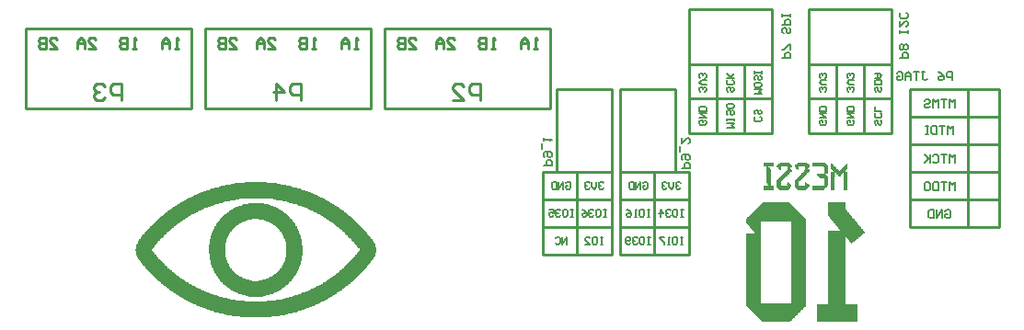
<source format=gbr>
%TF.GenerationSoftware,Altium Limited,Altium Designer,23.4.1 (23)*%
G04 Layer_Color=32896*
%FSLAX26Y26*%
%MOIN*%
%TF.SameCoordinates,1A73CDA2-CD66-4AEC-B2A4-79F9F1676FB0*%
%TF.FilePolarity,Positive*%
%TF.FileFunction,Legend,Bot*%
%TF.Part,Single*%
G01*
G75*
%TA.AperFunction,NonConductor*%
%ADD57C,0.005000*%
%ADD59C,0.010000*%
%ADD62C,0.007000*%
G36*
X3219487Y1350964D02*
X3221494D01*
Y1348957D01*
X3223501D01*
Y1346951D01*
X3225508D01*
Y1344944D01*
X3227514D01*
Y1342937D01*
X3229521D01*
Y1340930D01*
X3231528D01*
Y1338924D01*
X3233535D01*
Y1336917D01*
X3235541D01*
Y1334910D01*
X3237548D01*
Y1332903D01*
X3239555D01*
Y1330897D01*
X3241562D01*
Y1328890D01*
X3243568D01*
Y1326883D01*
X3245575D01*
Y1324876D01*
X3247582D01*
Y1322870D01*
X3251595D01*
Y1324876D01*
X3253602D01*
Y1326883D01*
X3255609D01*
Y1328890D01*
X3257616D01*
Y1330897D01*
X3259622D01*
Y1332903D01*
X3261629D01*
Y1334910D01*
X3263636D01*
Y1336917D01*
X3265643D01*
Y1338924D01*
X3267650D01*
Y1340930D01*
X3269656D01*
Y1342937D01*
X3271663D01*
Y1344944D01*
X3273670D01*
Y1346951D01*
X3275677D01*
Y1348957D01*
X3277683D01*
Y1350964D01*
X3279690D01*
Y1330897D01*
X3277683D01*
Y1328890D01*
X3275677D01*
Y1326883D01*
X3273670D01*
Y1324876D01*
X3271663D01*
Y1320863D01*
X3279690D01*
Y1254639D01*
X3265643D01*
Y1316849D01*
X3263636D01*
Y1314842D01*
X3261629D01*
Y1312836D01*
X3259622D01*
Y1310829D01*
X3257616D01*
Y1308822D01*
X3255609D01*
Y1306815D01*
X3253602D01*
Y1304809D01*
X3251595D01*
Y1302802D01*
X3247582D01*
Y1304809D01*
X3245575D01*
Y1306815D01*
X3243568D01*
Y1308822D01*
X3241562D01*
Y1310829D01*
X3239555D01*
Y1312836D01*
X3237548D01*
Y1314842D01*
X3235541D01*
Y1316849D01*
X3231528D01*
Y1312836D01*
X3233535D01*
Y1310829D01*
X3231528D01*
Y1306815D01*
X3233535D01*
Y1304809D01*
X3231528D01*
Y1254639D01*
X3217480D01*
Y1320863D01*
X3227514D01*
Y1322870D01*
X3225508D01*
Y1324876D01*
X3223501D01*
Y1326883D01*
X3221494D01*
Y1328890D01*
X3219487D01*
Y1330897D01*
X3217480D01*
Y1352971D01*
X3219487D01*
Y1350964D01*
D02*
G37*
G36*
X3197413D02*
X3199420D01*
Y1348957D01*
X3201426D01*
Y1346951D01*
X3203433D01*
Y1344944D01*
X3205440D01*
Y1342937D01*
X3207447D01*
Y1312836D01*
X3197413D01*
Y1310829D01*
X3199420D01*
Y1308822D01*
X3201426D01*
Y1306815D01*
X3203433D01*
Y1304809D01*
X3205440D01*
Y1302802D01*
X3207447D01*
Y1268687D01*
X3205440D01*
Y1266680D01*
X3203433D01*
Y1264673D01*
X3201426D01*
Y1262667D01*
X3199420D01*
Y1260660D01*
X3197413D01*
Y1258653D01*
X3195406D01*
Y1256646D01*
X3193399D01*
Y1254639D01*
X3153264D01*
Y1270694D01*
X3193399D01*
Y1296782D01*
X3179352D01*
Y1298788D01*
X3177345D01*
Y1300795D01*
X3175338D01*
Y1302802D01*
X3173332D01*
Y1304809D01*
X3171325D01*
Y1306815D01*
X3169318D01*
Y1308822D01*
X3167311D01*
Y1312836D01*
X3193399D01*
Y1336917D01*
X3191392D01*
Y1338924D01*
X3153264D01*
Y1352971D01*
X3197413D01*
Y1350964D01*
D02*
G37*
G36*
X3133196D02*
X3135203D01*
Y1348957D01*
X3137210D01*
Y1346951D01*
X3139217D01*
Y1344944D01*
X3141223D01*
Y1336917D01*
X3139217D01*
Y1334910D01*
X3137210D01*
Y1332903D01*
X3135203D01*
Y1330897D01*
X3133196D01*
Y1328890D01*
X3141223D01*
Y1320863D01*
X3139217D01*
Y1318856D01*
X3137210D01*
Y1316849D01*
X3135203D01*
Y1314842D01*
X3133196D01*
Y1312836D01*
X3131189D01*
Y1310829D01*
X3129183D01*
Y1308822D01*
X3127176D01*
Y1306815D01*
X3125169D01*
Y1304809D01*
X3123162D01*
Y1302802D01*
X3121156D01*
Y1300795D01*
X3119149D01*
Y1298788D01*
X3117142D01*
Y1296782D01*
X3115135D01*
Y1294775D01*
X3113129D01*
Y1292768D01*
X3111122D01*
Y1290761D01*
X3109115D01*
Y1288755D01*
X3107108D01*
Y1286748D01*
X3103095D01*
Y1268687D01*
X3125169D01*
Y1284741D01*
X3127176D01*
Y1282734D01*
X3129183D01*
Y1280727D01*
X3131189D01*
Y1278721D01*
X3133196D01*
Y1276714D01*
X3137210D01*
Y1274707D01*
X3139217D01*
Y1272700D01*
X3141223D01*
Y1266680D01*
X3139217D01*
Y1264673D01*
X3137210D01*
Y1262667D01*
X3135203D01*
Y1260660D01*
X3133196D01*
Y1258653D01*
X3131189D01*
Y1256646D01*
X3129183D01*
Y1254639D01*
X3097075D01*
Y1256646D01*
X3095068D01*
Y1258653D01*
X3093061D01*
Y1260660D01*
X3091054D01*
Y1262667D01*
X3089047D01*
Y1264673D01*
X3087041D01*
Y1288755D01*
X3089047D01*
Y1290761D01*
X3091054D01*
Y1292768D01*
X3093061D01*
Y1294775D01*
X3095068D01*
Y1296782D01*
X3097075D01*
Y1298788D01*
X3099081D01*
Y1300795D01*
X3101088D01*
Y1302802D01*
X3103095D01*
Y1304809D01*
X3105102D01*
Y1306815D01*
X3107108D01*
Y1308822D01*
X3109115D01*
Y1310829D01*
X3111122D01*
Y1312836D01*
X3113129D01*
Y1314842D01*
X3115135D01*
Y1316849D01*
X3117142D01*
Y1318856D01*
X3119149D01*
Y1320863D01*
X3121156D01*
Y1322870D01*
X3123162D01*
Y1324876D01*
X3125169D01*
Y1338924D01*
X3103095D01*
Y1324876D01*
X3101088D01*
Y1326883D01*
X3099081D01*
Y1328890D01*
X3097075D01*
Y1330897D01*
X3093061D01*
Y1332903D01*
X3091054D01*
Y1334910D01*
X3089047D01*
Y1336917D01*
X3087041D01*
Y1342937D01*
X3089047D01*
Y1344944D01*
X3093061D01*
Y1346951D01*
X3095068D01*
Y1348957D01*
X3097075D01*
Y1350964D01*
X3099081D01*
Y1352971D01*
X3133196D01*
Y1350964D01*
D02*
G37*
G36*
X3066973D02*
X3068980D01*
Y1348957D01*
X3070986D01*
Y1346951D01*
X3072993D01*
Y1344944D01*
X3075000D01*
Y1342937D01*
X3077007D01*
Y1336917D01*
X3075000D01*
Y1334910D01*
X3072993D01*
Y1332903D01*
X3070986D01*
Y1330897D01*
X3068980D01*
Y1328890D01*
X3075000D01*
Y1326883D01*
X3077007D01*
Y1320863D01*
X3075000D01*
Y1318856D01*
X3072993D01*
Y1316849D01*
X3070986D01*
Y1314842D01*
X3068980D01*
Y1312836D01*
X3066973D01*
Y1310829D01*
X3064966D01*
Y1308822D01*
X3062959D01*
Y1306815D01*
X3060953D01*
Y1304809D01*
X3056939D01*
Y1302802D01*
X3054932D01*
Y1300795D01*
X3052926D01*
Y1298788D01*
X3050919D01*
Y1296782D01*
X3048912D01*
Y1294775D01*
X3046905D01*
Y1292768D01*
X3044898D01*
Y1290761D01*
X3042892D01*
Y1288755D01*
X3040885D01*
Y1286748D01*
X3038878D01*
Y1284741D01*
X3036872D01*
Y1270694D01*
X3038878D01*
Y1268687D01*
X3058946D01*
Y1270694D01*
X3060953D01*
Y1272700D01*
X3058946D01*
Y1276714D01*
X3060953D01*
Y1282734D01*
X3058946D01*
Y1284741D01*
X3062959D01*
Y1282734D01*
X3064966D01*
Y1280727D01*
X3066973D01*
Y1278721D01*
X3068980D01*
Y1276714D01*
X3070986D01*
Y1274707D01*
X3072993D01*
Y1272700D01*
X3075000D01*
Y1270694D01*
X3077007D01*
Y1268687D01*
X3075000D01*
Y1266680D01*
X3072993D01*
Y1262667D01*
X3070986D01*
Y1260660D01*
X3068980D01*
Y1258653D01*
X3066973D01*
Y1256646D01*
X3064966D01*
Y1254639D01*
X3030851D01*
Y1256646D01*
X3028844D01*
Y1258653D01*
X3026838D01*
Y1260660D01*
X3024831D01*
Y1262667D01*
X3022824D01*
Y1290761D01*
X3024831D01*
Y1292768D01*
X3026838D01*
Y1294775D01*
X3028844D01*
Y1296782D01*
X3030851D01*
Y1298788D01*
X3032858D01*
Y1300795D01*
X3034865D01*
Y1302802D01*
X3036872D01*
Y1304809D01*
X3038878D01*
Y1306815D01*
X3040885D01*
Y1308822D01*
X3042892D01*
Y1310829D01*
X3044898D01*
Y1312836D01*
X3046905D01*
Y1314842D01*
X3048912D01*
Y1316849D01*
X3050919D01*
Y1318856D01*
X3052926D01*
Y1320863D01*
X3054932D01*
Y1322870D01*
X3056939D01*
Y1324876D01*
X3058946D01*
Y1326883D01*
X3060953D01*
Y1338924D01*
X3038878D01*
Y1336917D01*
X3036872D01*
Y1324876D01*
X3034865D01*
Y1326883D01*
X3032858D01*
Y1328890D01*
X3030851D01*
Y1330897D01*
X3028844D01*
Y1332903D01*
X3026838D01*
Y1334910D01*
X3024831D01*
Y1336917D01*
X3022824D01*
Y1342937D01*
X3024831D01*
Y1344944D01*
X3026838D01*
Y1346951D01*
X3028844D01*
Y1348957D01*
X3030851D01*
Y1350964D01*
X3034865D01*
Y1352971D01*
X3066973D01*
Y1350964D01*
D02*
G37*
G36*
X3010784Y1338924D02*
X2992723D01*
Y1336917D01*
X2994729D01*
Y1334910D01*
X2996736D01*
Y1332903D01*
X2998743D01*
Y1330897D01*
X3000750D01*
Y1292768D01*
Y1290761D01*
Y1268687D01*
X3010784D01*
Y1254639D01*
X2974662D01*
Y1268687D01*
X2992723D01*
Y1272700D01*
X2990716D01*
Y1274707D01*
X2988709D01*
Y1278721D01*
X2986702D01*
Y1280727D01*
X2984695D01*
Y1338924D01*
X2974662D01*
Y1352971D01*
X3010784D01*
Y1338924D01*
D02*
G37*
G36*
X3271663Y1184403D02*
X3273670D01*
Y1180389D01*
X3275677D01*
Y1178382D01*
X3277683D01*
Y1176376D01*
X3279690D01*
Y1174369D01*
X3281697D01*
Y1172362D01*
X3283704D01*
Y1168349D01*
X3285711D01*
Y1166342D01*
X3287717D01*
Y1164335D01*
X3289724D01*
Y1162328D01*
X3291731D01*
Y1160321D01*
X3293738D01*
Y1156308D01*
X3295744D01*
Y1154301D01*
X3297751D01*
Y1152294D01*
X3299758D01*
Y1150288D01*
X3301765D01*
Y1148281D01*
X3303771D01*
Y1144267D01*
X3305778D01*
Y1142261D01*
X3307785D01*
Y1140254D01*
X3309792D01*
Y1138247D01*
X3311798D01*
Y1136240D01*
X3313805D01*
Y1132227D01*
X3315812D01*
Y1130220D01*
X3317819D01*
Y1128213D01*
X3319825D01*
Y1126206D01*
X3321832D01*
Y1124200D01*
X3323839D01*
Y1120186D01*
X3325846D01*
Y1118179D01*
X3327853D01*
Y1116173D01*
X3329859D01*
Y1114166D01*
X3331866D01*
Y1112159D01*
X3333873D01*
Y1108146D01*
X3335880D01*
Y1106139D01*
X3337886D01*
Y1104132D01*
X3339893D01*
Y1102125D01*
X3341900D01*
Y1098112D01*
X3337886D01*
Y1096105D01*
X3335880D01*
Y1094098D01*
X3333873D01*
Y1092091D01*
X3331866D01*
Y1090085D01*
X3329859D01*
Y1088078D01*
X3325846D01*
Y1086071D01*
X3323839D01*
Y1084064D01*
X3321832D01*
Y1082057D01*
X3319825D01*
Y1080051D01*
X3317819D01*
Y1078044D01*
X3313805D01*
Y1076037D01*
X3311798D01*
Y1074031D01*
X3309792D01*
Y1072024D01*
X3307785D01*
Y1070017D01*
X3305778D01*
Y1068010D01*
X3301765D01*
Y1066003D01*
X3299758D01*
Y1063997D01*
X3297751D01*
Y1061990D01*
X3295744D01*
Y1059983D01*
X3291731D01*
Y1063997D01*
X3289724D01*
Y1066003D01*
X3287717D01*
Y1068010D01*
X3285711D01*
Y1070017D01*
X3283704D01*
Y1074031D01*
X3281697D01*
Y1076037D01*
X3279690D01*
Y1078044D01*
X3277683D01*
Y1080051D01*
X3275677D01*
Y1084064D01*
X3271663D01*
Y841246D01*
X3273670D01*
Y839239D01*
X3275677D01*
Y841246D01*
X3307785D01*
Y839239D01*
X3309792D01*
Y841246D01*
X3311798D01*
Y839239D01*
X3313805D01*
Y775022D01*
X3167311D01*
Y839239D01*
X3169318D01*
Y841246D01*
X3175338D01*
Y839239D01*
X3177345D01*
Y841246D01*
X3199420D01*
Y839239D01*
X3201426D01*
Y841246D01*
X3203433D01*
Y839239D01*
X3205440D01*
Y841246D01*
X3209453D01*
Y1108146D01*
X3247582D01*
Y1106139D01*
X3251595D01*
Y1110152D01*
X3249589D01*
Y1112159D01*
X3247582D01*
Y1114166D01*
X3245575D01*
Y1116173D01*
X3243568D01*
Y1120186D01*
X3241562D01*
Y1122193D01*
X3239555D01*
Y1124200D01*
X3237548D01*
Y1126206D01*
X3235541D01*
Y1128213D01*
X3233535D01*
Y1132227D01*
X3231528D01*
Y1134234D01*
X3229521D01*
Y1136240D01*
X3227514D01*
Y1138247D01*
X3225508D01*
Y1142261D01*
X3223501D01*
Y1144267D01*
X3221494D01*
Y1146274D01*
X3219487D01*
Y1148281D01*
X3217480D01*
Y1150288D01*
X3215474D01*
Y1154301D01*
X3213467D01*
Y1156308D01*
X3211460D01*
Y1158315D01*
X3209453D01*
Y1208484D01*
X3271663D01*
Y1184403D01*
D02*
G37*
G36*
X1173986Y1280162D02*
X1197436D01*
Y1278208D01*
X1213070D01*
Y1276254D01*
X1224795D01*
Y1274300D01*
X1234566D01*
Y1272346D01*
X1244337D01*
Y1270391D01*
X1254108D01*
Y1268437D01*
X1261925D01*
Y1266483D01*
X1269742D01*
Y1264529D01*
X1277559D01*
Y1262575D01*
X1283421D01*
Y1260620D01*
X1291238D01*
Y1258666D01*
X1297101D01*
Y1256712D01*
X1302963D01*
Y1254758D01*
X1308826D01*
Y1252804D01*
X1314688D01*
Y1250849D01*
X1320551D01*
Y1248895D01*
X1324459D01*
Y1246941D01*
X1330322D01*
Y1244987D01*
X1334230D01*
Y1243033D01*
X1340093D01*
Y1241078D01*
X1344001D01*
Y1239124D01*
X1347910D01*
Y1237170D01*
X1353772D01*
Y1235216D01*
X1357681D01*
Y1233262D01*
X1361589D01*
Y1231307D01*
X1365498D01*
Y1229353D01*
X1369406D01*
Y1227399D01*
X1373314D01*
Y1225445D01*
X1377223D01*
Y1223491D01*
X1381131D01*
Y1221536D01*
X1385040D01*
Y1219582D01*
X1388948D01*
Y1217628D01*
X1392856D01*
Y1215674D01*
X1394811D01*
Y1213720D01*
X1398719D01*
Y1211765D01*
X1402627D01*
Y1209811D01*
X1406536D01*
Y1207857D01*
X1410444D01*
Y1205903D01*
X1412398D01*
Y1203949D01*
X1416307D01*
Y1201994D01*
X1418261D01*
Y1200040D01*
X1422169D01*
Y1198086D01*
X1424124D01*
Y1196132D01*
X1428032D01*
Y1194178D01*
X1429986D01*
Y1192223D01*
X1433895D01*
Y1190269D01*
X1435849D01*
Y1188315D01*
X1439757D01*
Y1186361D01*
X1441711D01*
Y1184407D01*
X1445620D01*
Y1182452D01*
X1447574D01*
Y1180498D01*
X1449528D01*
Y1178544D01*
X1453437D01*
Y1176590D01*
X1455391D01*
Y1174636D01*
X1457345D01*
Y1172681D01*
X1461253D01*
Y1170727D01*
X1463208D01*
Y1168773D01*
X1465162D01*
Y1166819D01*
X1467116D01*
Y1164865D01*
X1469070D01*
Y1162910D01*
X1472979D01*
Y1160956D01*
X1474933D01*
Y1159002D01*
X1476887D01*
Y1157048D01*
X1478841D01*
Y1155094D01*
X1480795D01*
Y1153139D01*
X1484704D01*
Y1151185D01*
X1486658D01*
Y1149231D01*
X1488612D01*
Y1147277D01*
X1490566D01*
Y1145323D01*
X1492521D01*
Y1143368D01*
X1494475D01*
Y1141414D01*
X1496429D01*
Y1139460D01*
X1498383D01*
Y1137506D01*
X1500337D01*
Y1135552D01*
X1502292D01*
Y1133597D01*
X1504246D01*
Y1131643D01*
X1506200D01*
Y1129689D01*
X1508154D01*
Y1127735D01*
X1510108D01*
Y1125781D01*
X1512063D01*
Y1123826D01*
X1514017D01*
Y1121872D01*
X1515971D01*
Y1119918D01*
X1517925D01*
Y1117964D01*
X1519879D01*
Y1116010D01*
X1521834D01*
Y1114055D01*
X1523788D01*
Y1112101D01*
X1525742D01*
Y1110147D01*
X1527696D01*
Y1108193D01*
X1529650D01*
Y1106239D01*
X1531605D01*
Y1104284D01*
X1533559D01*
Y1102330D01*
X1535513D01*
Y1098422D01*
X1537467D01*
Y1096468D01*
X1539421D01*
Y1094513D01*
X1541376D01*
Y1092559D01*
X1543330D01*
Y1090605D01*
X1545284D01*
Y1086697D01*
X1547238D01*
Y1084742D01*
X1549192D01*
Y1082788D01*
X1551147D01*
Y1080834D01*
X1553101D01*
Y1076926D01*
X1555055D01*
Y1074971D01*
X1557009D01*
Y1073017D01*
X1558963D01*
Y1071063D01*
X1560918D01*
Y1067155D01*
X1562872D01*
Y1063246D01*
X1564826D01*
Y1059338D01*
X1566780D01*
Y1053475D01*
X1568734D01*
Y1045658D01*
X1570689D01*
Y1028071D01*
X1568734D01*
Y1018299D01*
X1566780D01*
Y1014391D01*
X1564826D01*
Y1010483D01*
X1562872D01*
Y1006574D01*
X1560918D01*
Y1002666D01*
X1558963D01*
Y1000712D01*
X1557009D01*
Y998758D01*
X1555055D01*
Y994849D01*
X1553101D01*
Y992895D01*
X1551147D01*
Y990941D01*
X1549192D01*
Y988986D01*
X1547238D01*
Y985078D01*
X1545284D01*
Y983124D01*
X1543330D01*
Y981170D01*
X1541376D01*
Y979216D01*
X1539421D01*
Y977261D01*
X1537467D01*
Y973353D01*
X1535513D01*
Y971399D01*
X1533559D01*
Y969444D01*
X1531605D01*
Y967490D01*
X1529650D01*
Y965536D01*
X1527696D01*
Y963582D01*
X1525742D01*
Y961628D01*
X1523788D01*
Y959673D01*
X1521834D01*
Y957719D01*
X1519879D01*
Y955765D01*
X1517925D01*
Y953811D01*
X1515971D01*
Y951857D01*
X1514017D01*
Y949903D01*
X1512063D01*
Y947948D01*
X1510108D01*
Y945994D01*
X1508154D01*
Y944040D01*
X1506200D01*
Y942086D01*
X1504246D01*
Y940131D01*
X1502292D01*
Y938177D01*
X1500337D01*
Y936223D01*
X1498383D01*
Y934269D01*
X1496429D01*
Y932315D01*
X1494475D01*
Y930361D01*
X1492521D01*
Y928406D01*
X1490566D01*
Y926452D01*
X1488612D01*
Y924498D01*
X1486658D01*
Y922544D01*
X1484704D01*
Y920590D01*
X1480795D01*
Y918635D01*
X1478841D01*
Y916681D01*
X1476887D01*
Y914727D01*
X1474933D01*
Y912773D01*
X1472979D01*
Y910818D01*
X1471024D01*
Y908864D01*
X1467116D01*
Y906910D01*
X1465162D01*
Y904956D01*
X1463208D01*
Y903002D01*
X1459299D01*
Y901048D01*
X1457345D01*
Y899093D01*
X1455391D01*
Y897139D01*
X1451482D01*
Y895185D01*
X1449528D01*
Y893231D01*
X1447574D01*
Y891277D01*
X1443666D01*
Y889322D01*
X1441711D01*
Y887368D01*
X1439757D01*
Y885414D01*
X1435849D01*
Y883460D01*
X1433895D01*
Y881505D01*
X1429986D01*
Y879551D01*
X1428032D01*
Y877597D01*
X1424124D01*
Y875643D01*
X1422169D01*
Y873689D01*
X1418261D01*
Y871735D01*
X1414353D01*
Y869780D01*
X1412398D01*
Y867826D01*
X1408490D01*
Y865872D01*
X1406536D01*
Y863918D01*
X1402627D01*
Y861963D01*
X1398719D01*
Y860009D01*
X1394811D01*
Y858055D01*
X1392856D01*
Y856101D01*
X1388948D01*
Y854147D01*
X1385040D01*
Y852192D01*
X1381131D01*
Y850238D01*
X1377223D01*
Y848284D01*
X1373314D01*
Y846330D01*
X1369406D01*
Y844376D01*
X1365498D01*
Y842422D01*
X1361589D01*
Y840467D01*
X1357681D01*
Y838513D01*
X1351818D01*
Y836559D01*
X1347910D01*
Y834605D01*
X1344001D01*
Y832650D01*
X1338139D01*
Y830696D01*
X1334230D01*
Y828742D01*
X1328368D01*
Y826788D01*
X1324459D01*
Y824834D01*
X1318597D01*
Y822880D01*
X1312734D01*
Y820925D01*
X1306872D01*
Y818971D01*
X1301009D01*
Y817017D01*
X1295146D01*
Y815063D01*
X1289284D01*
Y813109D01*
X1283421D01*
Y811154D01*
X1275604D01*
Y809200D01*
X1267788D01*
Y807246D01*
X1259971D01*
Y805292D01*
X1252154D01*
Y803337D01*
X1242383D01*
Y801383D01*
X1232612D01*
Y799429D01*
X1220887D01*
Y797475D01*
X1209162D01*
Y795521D01*
X1191574D01*
Y793567D01*
X1166169D01*
Y791612D01*
X1097772D01*
Y793567D01*
X1078230D01*
Y795521D01*
X1060642D01*
Y797475D01*
X1048917D01*
Y799429D01*
X1037192D01*
Y801383D01*
X1027421D01*
Y803337D01*
X1017650D01*
Y805292D01*
X1007879D01*
Y807246D01*
X1002016D01*
Y809200D01*
X994199D01*
Y811154D01*
X986383D01*
Y813109D01*
X980520D01*
Y815063D01*
X974658D01*
Y817017D01*
X968795D01*
Y818971D01*
X962932D01*
Y820925D01*
X957070D01*
Y822880D01*
X951207D01*
Y824834D01*
X945345D01*
Y826788D01*
X941436D01*
Y828742D01*
X935573D01*
Y830696D01*
X931665D01*
Y832650D01*
X925803D01*
Y834605D01*
X921894D01*
Y836559D01*
X917986D01*
Y838513D01*
X912123D01*
Y840467D01*
X908215D01*
Y842422D01*
X904306D01*
Y844376D01*
X900398D01*
Y846330D01*
X896490D01*
Y848284D01*
X892581D01*
Y850238D01*
X888673D01*
Y852192D01*
X884764D01*
Y854147D01*
X880856D01*
Y856101D01*
X876947D01*
Y858055D01*
X874993D01*
Y860009D01*
X871085D01*
Y861963D01*
X867177D01*
Y863918D01*
X865222D01*
Y865872D01*
X861314D01*
Y867826D01*
X857405D01*
Y869780D01*
X855451D01*
Y871735D01*
X851543D01*
Y873689D01*
X849589D01*
Y875643D01*
X845680D01*
Y877597D01*
X843726D01*
Y879551D01*
X839818D01*
Y881505D01*
X837864D01*
Y883460D01*
X833955D01*
Y885414D01*
X832001D01*
Y887368D01*
X828092D01*
Y889322D01*
X826138D01*
Y891277D01*
X822230D01*
Y893231D01*
X820276D01*
Y895185D01*
X818322D01*
Y897139D01*
X814413D01*
Y899093D01*
X812459D01*
Y901048D01*
X810505D01*
Y903002D01*
X808551D01*
Y904956D01*
X804642D01*
Y906910D01*
X802688D01*
Y908864D01*
X800734D01*
Y910818D01*
X796825D01*
Y912773D01*
X794871D01*
Y914727D01*
X792917D01*
Y916681D01*
X790963D01*
Y918635D01*
X789009D01*
Y920590D01*
X787054D01*
Y922544D01*
X785100D01*
Y924498D01*
X781192D01*
Y926452D01*
X779237D01*
Y928406D01*
X777283D01*
Y930361D01*
X775329D01*
Y932315D01*
X773375D01*
Y934269D01*
X771421D01*
Y936223D01*
X769466D01*
Y938177D01*
X767512D01*
Y940131D01*
X765558D01*
Y942086D01*
X763604D01*
Y944040D01*
X761650D01*
Y945994D01*
X759696D01*
Y947948D01*
X757741D01*
Y949903D01*
X755787D01*
Y951857D01*
X753833D01*
Y953811D01*
X751879D01*
Y955765D01*
X749924D01*
Y957719D01*
X747970D01*
Y959673D01*
X746016D01*
Y961628D01*
X744062D01*
Y963582D01*
X742108D01*
Y965536D01*
X740154D01*
Y967490D01*
X738199D01*
Y971399D01*
X736245D01*
Y973353D01*
X734291D01*
Y975307D01*
X732337D01*
Y977261D01*
X730383D01*
Y979216D01*
X728428D01*
Y981170D01*
X726474D01*
Y985078D01*
X724520D01*
Y987032D01*
X722566D01*
Y988986D01*
X720611D01*
Y990941D01*
X718657D01*
Y994849D01*
X716703D01*
Y996803D01*
X714749D01*
Y998758D01*
X712795D01*
Y1000712D01*
X710841D01*
Y1004620D01*
X708886D01*
Y1006574D01*
X706932D01*
Y1010483D01*
X704978D01*
Y1016345D01*
X703024D01*
Y1022208D01*
X701069D01*
Y1033933D01*
X699115D01*
Y1039796D01*
X701069D01*
Y1051521D01*
X703024D01*
Y1057384D01*
X704978D01*
Y1061292D01*
X706932D01*
Y1065200D01*
X708886D01*
Y1069109D01*
X710841D01*
Y1073017D01*
X712795D01*
Y1074971D01*
X714749D01*
Y1076926D01*
X716703D01*
Y1080834D01*
X718657D01*
Y1082788D01*
X720611D01*
Y1084742D01*
X722566D01*
Y1088651D01*
X724520D01*
Y1090605D01*
X726474D01*
Y1092559D01*
X728428D01*
Y1094513D01*
X730383D01*
Y1096468D01*
X732337D01*
Y1100376D01*
X734291D01*
Y1102330D01*
X736245D01*
Y1104284D01*
X738199D01*
Y1106239D01*
X740154D01*
Y1108193D01*
X742108D01*
Y1110147D01*
X744062D01*
Y1112101D01*
X746016D01*
Y1114055D01*
X747970D01*
Y1116010D01*
X749924D01*
Y1117964D01*
X751879D01*
Y1121872D01*
X755787D01*
Y1123826D01*
X757741D01*
Y1125781D01*
X759696D01*
Y1127735D01*
X761650D01*
Y1129689D01*
X763604D01*
Y1131643D01*
X765558D01*
Y1133597D01*
X767512D01*
Y1135552D01*
X769466D01*
Y1137506D01*
X771421D01*
Y1139460D01*
X773375D01*
Y1141414D01*
X775329D01*
Y1143368D01*
X777283D01*
Y1145323D01*
X779237D01*
Y1147277D01*
X781192D01*
Y1149231D01*
X783146D01*
Y1151185D01*
X785100D01*
Y1153139D01*
X789009D01*
Y1155094D01*
X790963D01*
Y1157048D01*
X792917D01*
Y1159002D01*
X794871D01*
Y1160956D01*
X796825D01*
Y1162910D01*
X800734D01*
Y1164865D01*
X802688D01*
Y1166819D01*
X804642D01*
Y1168773D01*
X806596D01*
Y1170727D01*
X808551D01*
Y1172681D01*
X812459D01*
Y1174636D01*
X814413D01*
Y1176590D01*
X816367D01*
Y1178544D01*
X820276D01*
Y1180498D01*
X822230D01*
Y1182452D01*
X824184D01*
Y1184407D01*
X828092D01*
Y1186361D01*
X830047D01*
Y1188315D01*
X833955D01*
Y1190269D01*
X835909D01*
Y1192223D01*
X839818D01*
Y1194178D01*
X841772D01*
Y1196132D01*
X845680D01*
Y1198086D01*
X847635D01*
Y1200040D01*
X851543D01*
Y1201994D01*
X853497D01*
Y1203949D01*
X857405D01*
Y1205903D01*
X861314D01*
Y1207857D01*
X863268D01*
Y1209811D01*
X867177D01*
Y1211765D01*
X871085D01*
Y1213720D01*
X874993D01*
Y1215674D01*
X876947D01*
Y1217628D01*
X880856D01*
Y1219582D01*
X884764D01*
Y1221536D01*
X888673D01*
Y1223491D01*
X892581D01*
Y1225445D01*
X896490D01*
Y1227399D01*
X900398D01*
Y1229353D01*
X904306D01*
Y1231307D01*
X908215D01*
Y1233262D01*
X912123D01*
Y1235216D01*
X916032D01*
Y1237170D01*
X921894D01*
Y1239124D01*
X925803D01*
Y1241078D01*
X929711D01*
Y1243033D01*
X935573D01*
Y1244987D01*
X939482D01*
Y1246941D01*
X945345D01*
Y1248895D01*
X951207D01*
Y1250849D01*
X955115D01*
Y1252804D01*
X960978D01*
Y1254758D01*
X966841D01*
Y1256712D01*
X972703D01*
Y1258666D01*
X980520D01*
Y1260620D01*
X986383D01*
Y1262575D01*
X992245D01*
Y1264529D01*
X1000062D01*
Y1266483D01*
X1007879D01*
Y1268437D01*
X1017650D01*
Y1270391D01*
X1025467D01*
Y1272346D01*
X1035238D01*
Y1274300D01*
X1045009D01*
Y1276254D01*
X1058688D01*
Y1278208D01*
X1072368D01*
Y1280162D01*
X1095818D01*
Y1282117D01*
X1173986D01*
Y1280162D01*
D02*
G37*
G36*
X3068980Y1206477D02*
X3070986D01*
Y1204470D01*
X3072993D01*
Y1202464D01*
X3075000D01*
Y1200457D01*
X3077007D01*
Y1198450D01*
X3079014D01*
Y1196443D01*
X3081020D01*
Y1194437D01*
X3083027D01*
Y1192430D01*
X3085034D01*
Y1190423D01*
X3087041D01*
Y1188416D01*
X3089047D01*
Y1186409D01*
X3091054D01*
Y1184403D01*
X3093061D01*
Y1182396D01*
X3095068D01*
Y1180389D01*
X3097075D01*
Y1178382D01*
X3099081D01*
Y1176376D01*
X3101088D01*
Y1174369D01*
X3103095D01*
Y1172362D01*
X3105102D01*
Y1170355D01*
X3107108D01*
Y1168349D01*
X3109115D01*
Y1166342D01*
X3111122D01*
Y1164335D01*
X3113129D01*
Y1162328D01*
X3115135D01*
Y1160321D01*
X3117142D01*
Y1158315D01*
X3119149D01*
Y1156308D01*
X3121156D01*
Y1154301D01*
X3123162D01*
Y1152294D01*
X3125169D01*
Y1150288D01*
X3127176D01*
Y1148281D01*
X3129183D01*
Y833218D01*
X3127176D01*
Y831212D01*
X3125169D01*
Y829205D01*
X3123162D01*
Y827198D01*
X3121156D01*
Y825191D01*
X3119149D01*
Y823185D01*
X3117142D01*
Y821178D01*
X3115135D01*
Y819171D01*
X3113129D01*
Y817164D01*
X3111122D01*
Y815158D01*
X3109115D01*
Y813151D01*
X3107108D01*
Y811144D01*
X3105102D01*
Y809137D01*
X3103095D01*
Y807130D01*
X3101088D01*
Y805124D01*
X3099081D01*
Y803117D01*
X3097075D01*
Y801110D01*
X3095068D01*
Y799104D01*
X3093061D01*
Y797097D01*
X3091054D01*
Y795090D01*
X3089047D01*
Y793083D01*
X3087041D01*
Y791076D01*
X3085034D01*
Y789070D01*
X3083027D01*
Y787063D01*
X3081020D01*
Y785056D01*
X3079014D01*
Y783049D01*
X3077007D01*
Y781043D01*
X3075000D01*
Y779036D01*
X3072993D01*
Y777029D01*
X3070986D01*
Y775022D01*
X2970648D01*
Y777029D01*
X2968641D01*
Y779036D01*
X2966635D01*
Y781043D01*
X2964628D01*
Y783049D01*
X2962621D01*
Y785056D01*
X2960614D01*
Y787063D01*
X2958608D01*
Y789070D01*
X2956601D01*
Y791076D01*
X2954594D01*
Y793083D01*
X2952587D01*
Y795090D01*
X2950581D01*
Y797097D01*
X2948574D01*
Y799104D01*
X2946567D01*
Y801110D01*
X2944560D01*
Y803117D01*
X2942553D01*
Y805124D01*
X2940547D01*
Y807130D01*
X2938540D01*
Y809137D01*
X2936533D01*
Y811144D01*
X2934526D01*
Y813151D01*
X2932520D01*
Y815158D01*
X2930513D01*
Y817164D01*
X2928506D01*
Y819171D01*
X2926499D01*
Y821178D01*
X2924492D01*
Y823185D01*
X2922486D01*
Y825191D01*
X2920479D01*
Y827198D01*
X2918472D01*
Y829205D01*
X2916465D01*
Y831212D01*
X2914459D01*
Y833218D01*
X2912452D01*
Y1098112D01*
X2942553D01*
Y1102125D01*
X2940547D01*
Y1104132D01*
X2938540D01*
Y1106139D01*
X2936533D01*
Y1108146D01*
X2934526D01*
Y1110152D01*
X2932520D01*
Y1112159D01*
X2930513D01*
Y1114166D01*
X2928506D01*
Y1116173D01*
X2926499D01*
Y1118179D01*
X2924492D01*
Y1122193D01*
X2922486D01*
Y1124200D01*
X2920479D01*
Y1126206D01*
X2918472D01*
Y1128213D01*
X2916465D01*
Y1130220D01*
X2914459D01*
Y1134234D01*
X2912452D01*
Y1148281D01*
X2914459D01*
Y1152294D01*
X2916465D01*
Y1156308D01*
X2920479D01*
Y1158315D01*
X2922486D01*
Y1160321D01*
X2924492D01*
Y1162328D01*
X2926499D01*
Y1164335D01*
X2928506D01*
Y1166342D01*
X2930513D01*
Y1168349D01*
X2932520D01*
Y1170355D01*
X2934526D01*
Y1172362D01*
X2936533D01*
Y1174369D01*
X2938540D01*
Y1176376D01*
X2940547D01*
Y1178382D01*
X2942553D01*
Y1180389D01*
X2944560D01*
Y1182396D01*
X2946567D01*
Y1184403D01*
X2948574D01*
Y1186409D01*
X2950581D01*
Y1188416D01*
X2952587D01*
Y1190423D01*
X2954594D01*
Y1192430D01*
X2956601D01*
Y1194437D01*
X2958608D01*
Y1196443D01*
X2960614D01*
Y1198450D01*
X2962621D01*
Y1200457D01*
X2964628D01*
Y1202464D01*
X2966635D01*
Y1204470D01*
X2968641D01*
Y1206477D01*
X2972655D01*
Y1208484D01*
X3068980D01*
Y1206477D01*
D02*
G37*
%LPC*%
G36*
X1175940Y1223491D02*
X1093864D01*
Y1221536D01*
X1074322D01*
Y1219582D01*
X1062597D01*
Y1217628D01*
X1050871D01*
Y1215674D01*
X1041100D01*
Y1213720D01*
X1031329D01*
Y1211765D01*
X1021558D01*
Y1209811D01*
X1013741D01*
Y1207857D01*
X1007879D01*
Y1205903D01*
X1000062D01*
Y1203949D01*
X994199D01*
Y1201994D01*
X988337D01*
Y1200040D01*
X982474D01*
Y1198086D01*
X974658D01*
Y1196132D01*
X970749D01*
Y1194178D01*
X964886D01*
Y1192223D01*
X960978D01*
Y1190269D01*
X955115D01*
Y1188315D01*
X949253D01*
Y1186361D01*
X945345D01*
Y1184407D01*
X941436D01*
Y1182452D01*
X937528D01*
Y1180498D01*
X933619D01*
Y1178544D01*
X927757D01*
Y1176590D01*
X923848D01*
Y1174636D01*
X919940D01*
Y1172681D01*
X917986D01*
Y1170727D01*
X914077D01*
Y1168773D01*
X910169D01*
Y1166819D01*
X906260D01*
Y1164865D01*
X902352D01*
Y1162910D01*
X898444D01*
Y1160956D01*
X896490D01*
Y1159002D01*
X892581D01*
Y1157048D01*
X888673D01*
Y1155094D01*
X886718D01*
Y1153139D01*
X882810D01*
Y1151185D01*
X880856D01*
Y1149231D01*
X876947D01*
Y1147277D01*
X873039D01*
Y1145323D01*
X871085D01*
Y1143368D01*
X869131D01*
Y1141414D01*
X865222D01*
Y1139460D01*
X863268D01*
Y1137506D01*
X859360D01*
Y1135552D01*
X857405D01*
Y1133597D01*
X853497D01*
Y1131643D01*
X851543D01*
Y1129689D01*
X849589D01*
Y1127735D01*
X847635D01*
Y1125781D01*
X843726D01*
Y1123826D01*
X841772D01*
Y1121872D01*
X839818D01*
Y1119918D01*
X837864D01*
Y1117964D01*
X833955D01*
Y1116010D01*
X832001D01*
Y1114055D01*
X830047D01*
Y1112101D01*
X828092D01*
Y1110147D01*
X826138D01*
Y1108193D01*
X824184D01*
Y1106239D01*
X820276D01*
Y1104284D01*
X818322D01*
Y1102330D01*
X816367D01*
Y1100376D01*
X814413D01*
Y1098422D01*
X812459D01*
Y1096468D01*
X810505D01*
Y1094513D01*
X808551D01*
Y1092559D01*
X806596D01*
Y1090605D01*
X804642D01*
Y1088651D01*
X802688D01*
Y1086697D01*
X800734D01*
Y1084742D01*
X798779D01*
Y1082788D01*
X796825D01*
Y1080834D01*
X794871D01*
Y1078880D01*
X792917D01*
Y1076926D01*
X790963D01*
Y1074971D01*
X789009D01*
Y1073017D01*
X787054D01*
Y1071063D01*
X785100D01*
Y1069109D01*
X783146D01*
Y1067155D01*
X781192D01*
Y1065200D01*
X779237D01*
Y1061292D01*
X777283D01*
Y1059338D01*
X775329D01*
Y1057384D01*
X773375D01*
Y1055429D01*
X771421D01*
Y1053475D01*
X769466D01*
Y1049567D01*
X767512D01*
Y1047613D01*
X765558D01*
Y1045658D01*
X763604D01*
Y1043704D01*
X761650D01*
Y1039796D01*
X759696D01*
Y1037842D01*
X757741D01*
Y1035887D01*
X759696D01*
Y1033933D01*
X761650D01*
Y1030025D01*
X763604D01*
Y1028071D01*
X765558D01*
Y1026116D01*
X767512D01*
Y1024162D01*
X769466D01*
Y1020254D01*
X771421D01*
Y1018299D01*
X773375D01*
Y1016345D01*
X775329D01*
Y1014391D01*
X777283D01*
Y1012437D01*
X779237D01*
Y1010483D01*
X781192D01*
Y1006574D01*
X783146D01*
Y1004620D01*
X785100D01*
Y1002666D01*
X787054D01*
Y1000712D01*
X789009D01*
Y998758D01*
X790963D01*
Y996803D01*
X792917D01*
Y994849D01*
X794871D01*
Y992895D01*
X796825D01*
Y990941D01*
X798779D01*
Y988986D01*
X800734D01*
Y987032D01*
X802688D01*
Y985078D01*
X804642D01*
Y983124D01*
X806596D01*
Y981170D01*
X808551D01*
Y979216D01*
X810505D01*
Y977261D01*
X812459D01*
Y975307D01*
X814413D01*
Y973353D01*
X816367D01*
Y971399D01*
X818322D01*
Y969444D01*
X820276D01*
Y967490D01*
X824184D01*
Y965536D01*
X826138D01*
Y963582D01*
X828092D01*
Y961628D01*
X830047D01*
Y959673D01*
X832001D01*
Y957719D01*
X833955D01*
Y955765D01*
X837864D01*
Y953811D01*
X839818D01*
Y951857D01*
X841772D01*
Y949903D01*
X843726D01*
Y947948D01*
X847635D01*
Y945994D01*
X849589D01*
Y944040D01*
X851543D01*
Y942086D01*
X855451D01*
Y940131D01*
X857405D01*
Y938177D01*
X859360D01*
Y936223D01*
X863268D01*
Y934269D01*
X865222D01*
Y932315D01*
X869131D01*
Y930361D01*
X871085D01*
Y928406D01*
X874993D01*
Y926452D01*
X876947D01*
Y924498D01*
X880856D01*
Y922544D01*
X882810D01*
Y920590D01*
X886718D01*
Y918635D01*
X890627D01*
Y916681D01*
X892581D01*
Y914727D01*
X896490D01*
Y912773D01*
X900398D01*
Y910818D01*
X904306D01*
Y908864D01*
X906260D01*
Y906910D01*
X910169D01*
Y904956D01*
X914077D01*
Y903002D01*
X917986D01*
Y901048D01*
X921894D01*
Y899093D01*
X925803D01*
Y897139D01*
X929711D01*
Y895185D01*
X933619D01*
Y893231D01*
X937528D01*
Y891277D01*
X943390D01*
Y889322D01*
X947299D01*
Y887368D01*
X951207D01*
Y885414D01*
X955115D01*
Y883460D01*
X960978D01*
Y881505D01*
X964886D01*
Y879551D01*
X970749D01*
Y877597D01*
X974658D01*
Y875643D01*
X980520D01*
Y873689D01*
X988337D01*
Y871735D01*
X994199D01*
Y869780D01*
X1000062D01*
Y867826D01*
X1007879D01*
Y865872D01*
X1013741D01*
Y863918D01*
X1021558D01*
Y861963D01*
X1031329D01*
Y860009D01*
X1041100D01*
Y858055D01*
X1050871D01*
Y856101D01*
X1062597D01*
Y854147D01*
X1076276D01*
Y852192D01*
X1095818D01*
Y850238D01*
X1173986D01*
Y852192D01*
X1193528D01*
Y854147D01*
X1207207D01*
Y856101D01*
X1220887D01*
Y858055D01*
X1230658D01*
Y860009D01*
X1240429D01*
Y861963D01*
X1248246D01*
Y863918D01*
X1256062D01*
Y865872D01*
X1263879D01*
Y867826D01*
X1269742D01*
Y869780D01*
X1275604D01*
Y871735D01*
X1281467D01*
Y873689D01*
X1287330D01*
Y875643D01*
X1293192D01*
Y877597D01*
X1299055D01*
Y879551D01*
X1302963D01*
Y881505D01*
X1308826D01*
Y883460D01*
X1314688D01*
Y885414D01*
X1318597D01*
Y887368D01*
X1324459D01*
Y889322D01*
X1328368D01*
Y891277D01*
X1332276D01*
Y893231D01*
X1336185D01*
Y895185D01*
X1340093D01*
Y897139D01*
X1344001D01*
Y899093D01*
X1347910D01*
Y901048D01*
X1351818D01*
Y903002D01*
X1355727D01*
Y904956D01*
X1359635D01*
Y906910D01*
X1363543D01*
Y908864D01*
X1367452D01*
Y910818D01*
X1371360D01*
Y912773D01*
X1373314D01*
Y914727D01*
X1377223D01*
Y916681D01*
X1379177D01*
Y918635D01*
X1383085D01*
Y920590D01*
X1386994D01*
Y922544D01*
X1388948D01*
Y924498D01*
X1392856D01*
Y926452D01*
X1394811D01*
Y928406D01*
X1398719D01*
Y930361D01*
X1400673D01*
Y932315D01*
X1404582D01*
Y934269D01*
X1406536D01*
Y936223D01*
X1410444D01*
Y938177D01*
X1412398D01*
Y940131D01*
X1416307D01*
Y942086D01*
X1418261D01*
Y944040D01*
X1420215D01*
Y945994D01*
X1424124D01*
Y947948D01*
X1426078D01*
Y949903D01*
X1428032D01*
Y951857D01*
X1429986D01*
Y953811D01*
X1433895D01*
Y955765D01*
X1435849D01*
Y957719D01*
X1437803D01*
Y959673D01*
X1439757D01*
Y961628D01*
X1441711D01*
Y963582D01*
X1445620D01*
Y965536D01*
X1447574D01*
Y967490D01*
X1449528D01*
Y969444D01*
X1451482D01*
Y971399D01*
X1453437D01*
Y973353D01*
X1455391D01*
Y975307D01*
X1457345D01*
Y977261D01*
X1459299D01*
Y979216D01*
X1461253D01*
Y981170D01*
X1463208D01*
Y983124D01*
X1465162D01*
Y985078D01*
X1467116D01*
Y987032D01*
X1469070D01*
Y988986D01*
X1471024D01*
Y990941D01*
X1472979D01*
Y992895D01*
X1474933D01*
Y994849D01*
X1476887D01*
Y996803D01*
X1478841D01*
Y998758D01*
X1480795D01*
Y1000712D01*
X1482750D01*
Y1002666D01*
X1484704D01*
Y1004620D01*
X1486658D01*
Y1006574D01*
X1488612D01*
Y1008529D01*
X1490566D01*
Y1010483D01*
X1492521D01*
Y1014391D01*
X1494475D01*
Y1016345D01*
X1496429D01*
Y1018299D01*
X1498383D01*
Y1020254D01*
X1500337D01*
Y1022208D01*
X1502292D01*
Y1026116D01*
X1504246D01*
Y1028071D01*
X1506200D01*
Y1030025D01*
X1508154D01*
Y1031979D01*
X1510108D01*
Y1035887D01*
X1512063D01*
Y1037842D01*
X1510108D01*
Y1041750D01*
X1508154D01*
Y1043704D01*
X1506200D01*
Y1045658D01*
X1504246D01*
Y1047613D01*
X1502292D01*
Y1051521D01*
X1500337D01*
Y1053475D01*
X1498383D01*
Y1055429D01*
X1496429D01*
Y1057384D01*
X1494475D01*
Y1061292D01*
X1492521D01*
Y1063246D01*
X1490566D01*
Y1065200D01*
X1488612D01*
Y1067155D01*
X1486658D01*
Y1069109D01*
X1484704D01*
Y1071063D01*
X1482750D01*
Y1073017D01*
X1480795D01*
Y1074971D01*
X1478841D01*
Y1076926D01*
X1476887D01*
Y1078880D01*
X1474933D01*
Y1080834D01*
X1472979D01*
Y1082788D01*
X1471024D01*
Y1084742D01*
X1469070D01*
Y1086697D01*
X1467116D01*
Y1088651D01*
X1465162D01*
Y1090605D01*
X1463208D01*
Y1092559D01*
X1461253D01*
Y1094513D01*
X1459299D01*
Y1096468D01*
X1457345D01*
Y1098422D01*
X1455391D01*
Y1100376D01*
X1453437D01*
Y1102330D01*
X1451482D01*
Y1104284D01*
X1449528D01*
Y1106239D01*
X1447574D01*
Y1108193D01*
X1445620D01*
Y1110147D01*
X1441711D01*
Y1112101D01*
X1439757D01*
Y1114055D01*
X1437803D01*
Y1116010D01*
X1435849D01*
Y1117964D01*
X1433895D01*
Y1119918D01*
X1429986D01*
Y1121872D01*
X1428032D01*
Y1123826D01*
X1426078D01*
Y1125781D01*
X1424124D01*
Y1127735D01*
X1420215D01*
Y1129689D01*
X1418261D01*
Y1131643D01*
X1416307D01*
Y1133597D01*
X1414353D01*
Y1135552D01*
X1410444D01*
Y1137506D01*
X1408490D01*
Y1139460D01*
X1404582D01*
Y1141414D01*
X1402627D01*
Y1143368D01*
X1398719D01*
Y1145323D01*
X1396765D01*
Y1147277D01*
X1392856D01*
Y1149231D01*
X1390902D01*
Y1151185D01*
X1386994D01*
Y1153139D01*
X1383085D01*
Y1155094D01*
X1381131D01*
Y1157048D01*
X1377223D01*
Y1159002D01*
X1375269D01*
Y1160956D01*
X1371360D01*
Y1162910D01*
X1367452D01*
Y1164865D01*
X1363543D01*
Y1166819D01*
X1359635D01*
Y1168773D01*
X1357681D01*
Y1170727D01*
X1353772D01*
Y1172681D01*
X1349864D01*
Y1174636D01*
X1345956D01*
Y1176590D01*
X1342047D01*
Y1178544D01*
X1338139D01*
Y1180498D01*
X1332276D01*
Y1182452D01*
X1328368D01*
Y1184407D01*
X1324459D01*
Y1186361D01*
X1320551D01*
Y1188315D01*
X1314688D01*
Y1190269D01*
X1310780D01*
Y1192223D01*
X1304917D01*
Y1194178D01*
X1301009D01*
Y1196132D01*
X1295146D01*
Y1198086D01*
X1289284D01*
Y1200040D01*
X1283421D01*
Y1201994D01*
X1277559D01*
Y1203949D01*
X1269742D01*
Y1205903D01*
X1263879D01*
Y1207857D01*
X1256062D01*
Y1209811D01*
X1248246D01*
Y1211765D01*
X1240429D01*
Y1213720D01*
X1230658D01*
Y1215674D01*
X1220887D01*
Y1217628D01*
X1209162D01*
Y1219582D01*
X1197436D01*
Y1221536D01*
X1175940D01*
Y1223491D01*
D02*
G37*
%LPD*%
G36*
X1148581Y1205903D02*
X1164215D01*
Y1203949D01*
X1173986D01*
Y1201994D01*
X1181803D01*
Y1200040D01*
X1187665D01*
Y1198086D01*
X1193528D01*
Y1196132D01*
X1199391D01*
Y1194178D01*
X1203299D01*
Y1192223D01*
X1207207D01*
Y1190269D01*
X1211116D01*
Y1188315D01*
X1215024D01*
Y1186361D01*
X1218933D01*
Y1184407D01*
X1220887D01*
Y1182452D01*
X1224795D01*
Y1180498D01*
X1226749D01*
Y1178544D01*
X1230658D01*
Y1176590D01*
X1234566D01*
Y1174636D01*
X1236520D01*
Y1172681D01*
X1238475D01*
Y1170727D01*
X1240429D01*
Y1168773D01*
X1244337D01*
Y1166819D01*
X1246291D01*
Y1164865D01*
X1248246D01*
Y1162910D01*
X1250200D01*
Y1160956D01*
X1252154D01*
Y1159002D01*
X1254108D01*
Y1157048D01*
X1256062D01*
Y1155094D01*
X1258017D01*
Y1153139D01*
X1259971D01*
Y1151185D01*
X1261925D01*
Y1149231D01*
X1263879D01*
Y1147277D01*
X1265833D01*
Y1145323D01*
X1267788D01*
Y1141414D01*
X1269742D01*
Y1139460D01*
X1271696D01*
Y1137506D01*
X1273650D01*
Y1133597D01*
X1275604D01*
Y1131643D01*
X1277559D01*
Y1127735D01*
X1279513D01*
Y1123826D01*
X1281467D01*
Y1121872D01*
X1283421D01*
Y1117964D01*
X1285375D01*
Y1114055D01*
X1287330D01*
Y1110147D01*
X1289284D01*
Y1106239D01*
X1291238D01*
Y1100376D01*
X1293192D01*
Y1096468D01*
X1295146D01*
Y1090605D01*
X1297101D01*
Y1084742D01*
X1299055D01*
Y1076926D01*
X1301009D01*
Y1067155D01*
X1302963D01*
Y1053475D01*
X1304917D01*
Y1016345D01*
X1302963D01*
Y1004620D01*
X1301009D01*
Y994849D01*
X1299055D01*
Y988986D01*
X1297101D01*
Y983124D01*
X1295146D01*
Y977261D01*
X1293192D01*
Y971399D01*
X1291238D01*
Y967490D01*
X1289284D01*
Y963582D01*
X1287330D01*
Y959673D01*
X1285375D01*
Y955765D01*
X1283421D01*
Y951857D01*
X1281467D01*
Y947948D01*
X1279513D01*
Y945994D01*
X1277559D01*
Y942086D01*
X1275604D01*
Y940131D01*
X1273650D01*
Y938177D01*
X1271696D01*
Y934269D01*
X1269742D01*
Y932315D01*
X1267788D01*
Y930361D01*
X1265833D01*
Y926452D01*
X1263879D01*
Y924498D01*
X1261925D01*
Y922544D01*
X1259971D01*
Y920590D01*
X1258017D01*
Y918635D01*
X1256062D01*
Y916681D01*
X1254108D01*
Y914727D01*
X1252154D01*
Y912773D01*
X1250200D01*
Y910818D01*
X1248246D01*
Y908864D01*
X1246291D01*
Y906910D01*
X1244337D01*
Y904956D01*
X1240429D01*
Y903002D01*
X1238475D01*
Y901048D01*
X1236520D01*
Y899093D01*
X1232612D01*
Y897139D01*
X1230658D01*
Y895185D01*
X1226749D01*
Y893231D01*
X1224795D01*
Y891277D01*
X1220887D01*
Y889322D01*
X1216978D01*
Y887368D01*
X1213070D01*
Y885414D01*
X1211116D01*
Y883460D01*
X1207207D01*
Y881505D01*
X1201345D01*
Y879551D01*
X1197436D01*
Y877597D01*
X1191574D01*
Y875643D01*
X1185711D01*
Y873689D01*
X1179849D01*
Y871735D01*
X1172032D01*
Y869780D01*
X1160307D01*
Y867826D01*
X1142719D01*
Y865872D01*
X1127085D01*
Y867826D01*
X1109497D01*
Y869780D01*
X1097772D01*
Y871735D01*
X1089955D01*
Y873689D01*
X1084093D01*
Y875643D01*
X1078230D01*
Y877597D01*
X1072368D01*
Y879551D01*
X1068459D01*
Y881505D01*
X1062597D01*
Y883460D01*
X1058688D01*
Y885414D01*
X1056734D01*
Y887368D01*
X1052825D01*
Y889322D01*
X1048917D01*
Y891277D01*
X1045009D01*
Y893231D01*
X1043054D01*
Y895185D01*
X1039146D01*
Y897139D01*
X1037192D01*
Y899093D01*
X1033284D01*
Y901048D01*
X1031329D01*
Y903002D01*
X1029375D01*
Y904956D01*
X1027421D01*
Y906910D01*
X1023513D01*
Y908864D01*
X1021558D01*
Y910818D01*
X1019604D01*
Y912773D01*
X1017650D01*
Y914727D01*
X1015696D01*
Y916681D01*
X1013741D01*
Y918635D01*
X1011787D01*
Y920590D01*
X1009833D01*
Y922544D01*
X1007879D01*
Y924498D01*
X1005925D01*
Y928406D01*
X1003971D01*
Y930361D01*
X1002016D01*
Y932315D01*
X1000062D01*
Y934269D01*
X998108D01*
Y938177D01*
X996154D01*
Y940131D01*
X994199D01*
Y944040D01*
X992245D01*
Y945994D01*
X990291D01*
Y949903D01*
X988337D01*
Y953811D01*
X986383D01*
Y955765D01*
X984428D01*
Y959673D01*
X982474D01*
Y963582D01*
X980520D01*
Y969444D01*
X978566D01*
Y973353D01*
X976612D01*
Y979216D01*
X974658D01*
Y983124D01*
X972703D01*
Y990941D01*
X970749D01*
Y998758D01*
X968795D01*
Y1008529D01*
X966841D01*
Y1024162D01*
X964886D01*
Y1055429D01*
X966841D01*
Y1069109D01*
X968795D01*
Y1076926D01*
X970749D01*
Y1084742D01*
X972703D01*
Y1090605D01*
X974658D01*
Y1096468D01*
X976612D01*
Y1100376D01*
X978566D01*
Y1106239D01*
X980520D01*
Y1110147D01*
X982474D01*
Y1114055D01*
X984428D01*
Y1117964D01*
X986383D01*
Y1121872D01*
X988337D01*
Y1123826D01*
X990291D01*
Y1127735D01*
X992245D01*
Y1131643D01*
X994199D01*
Y1133597D01*
X996154D01*
Y1135552D01*
X998108D01*
Y1139460D01*
X1000062D01*
Y1141414D01*
X1002016D01*
Y1143368D01*
X1003971D01*
Y1147277D01*
X1005925D01*
Y1149231D01*
X1007879D01*
Y1151185D01*
X1009833D01*
Y1153139D01*
X1011787D01*
Y1155094D01*
X1013741D01*
Y1157048D01*
X1015696D01*
Y1159002D01*
X1017650D01*
Y1160956D01*
X1019604D01*
Y1162910D01*
X1021558D01*
Y1164865D01*
X1023513D01*
Y1166819D01*
X1027421D01*
Y1168773D01*
X1029375D01*
Y1170727D01*
X1031329D01*
Y1172681D01*
X1033284D01*
Y1174636D01*
X1037192D01*
Y1176590D01*
X1039146D01*
Y1178544D01*
X1043054D01*
Y1180498D01*
X1045009D01*
Y1182452D01*
X1048917D01*
Y1184407D01*
X1052825D01*
Y1186361D01*
X1054780D01*
Y1188315D01*
X1058688D01*
Y1190269D01*
X1062597D01*
Y1192223D01*
X1066505D01*
Y1194178D01*
X1072368D01*
Y1196132D01*
X1076276D01*
Y1198086D01*
X1084093D01*
Y1200040D01*
X1089955D01*
Y1201994D01*
X1097772D01*
Y1203949D01*
X1107543D01*
Y1205903D01*
X1121223D01*
Y1207857D01*
X1148581D01*
Y1205903D01*
D02*
G37*
%LPC*%
G36*
X1146627Y1149231D02*
X1123177D01*
Y1147277D01*
X1113406D01*
Y1145323D01*
X1103635D01*
Y1143368D01*
X1097772D01*
Y1141414D01*
X1093864D01*
Y1139460D01*
X1088001D01*
Y1137506D01*
X1084093D01*
Y1135552D01*
X1080184D01*
Y1133597D01*
X1078230D01*
Y1131643D01*
X1074322D01*
Y1129689D01*
X1070413D01*
Y1127735D01*
X1068459D01*
Y1125781D01*
X1066505D01*
Y1123826D01*
X1062597D01*
Y1121872D01*
X1060642D01*
Y1119918D01*
X1058688D01*
Y1117964D01*
X1056734D01*
Y1116010D01*
X1054780D01*
Y1114055D01*
X1052825D01*
Y1112101D01*
X1050871D01*
Y1108193D01*
X1048917D01*
Y1106239D01*
X1046963D01*
Y1104284D01*
X1045009D01*
Y1102330D01*
X1043054D01*
Y1098422D01*
X1041100D01*
Y1096468D01*
X1039146D01*
Y1092559D01*
X1037192D01*
Y1088651D01*
X1035238D01*
Y1084742D01*
X1033284D01*
Y1080834D01*
X1031329D01*
Y1076926D01*
X1029375D01*
Y1071063D01*
X1027421D01*
Y1063246D01*
X1025467D01*
Y1053475D01*
X1023513D01*
Y1022208D01*
X1025467D01*
Y1010483D01*
X1027421D01*
Y1004620D01*
X1029375D01*
Y998758D01*
X1031329D01*
Y992895D01*
X1033284D01*
Y988986D01*
X1035238D01*
Y985078D01*
X1037192D01*
Y981170D01*
X1039146D01*
Y977261D01*
X1041100D01*
Y975307D01*
X1043054D01*
Y971399D01*
X1045009D01*
Y969444D01*
X1046963D01*
Y967490D01*
X1048917D01*
Y963582D01*
X1050871D01*
Y961628D01*
X1052825D01*
Y959673D01*
X1054780D01*
Y957719D01*
X1056734D01*
Y955765D01*
X1058688D01*
Y953811D01*
X1060642D01*
Y951857D01*
X1062597D01*
Y949903D01*
X1066505D01*
Y947948D01*
X1068459D01*
Y945994D01*
X1070413D01*
Y944040D01*
X1074322D01*
Y942086D01*
X1076276D01*
Y940131D01*
X1080184D01*
Y938177D01*
X1084093D01*
Y936223D01*
X1088001D01*
Y934269D01*
X1093864D01*
Y932315D01*
X1097772D01*
Y930361D01*
X1103635D01*
Y928406D01*
X1111451D01*
Y926452D01*
X1123177D01*
Y924498D01*
X1146627D01*
Y926452D01*
X1158352D01*
Y928406D01*
X1166169D01*
Y930361D01*
X1172032D01*
Y932315D01*
X1177894D01*
Y934269D01*
X1181803D01*
Y936223D01*
X1185711D01*
Y938177D01*
X1189620D01*
Y940131D01*
X1193528D01*
Y942086D01*
X1195482D01*
Y944040D01*
X1199391D01*
Y945994D01*
X1201345D01*
Y947948D01*
X1203299D01*
Y949903D01*
X1207207D01*
Y951857D01*
X1209162D01*
Y953811D01*
X1211116D01*
Y955765D01*
X1213070D01*
Y957719D01*
X1215024D01*
Y959673D01*
X1216978D01*
Y961628D01*
X1218933D01*
Y963582D01*
X1220887D01*
Y965536D01*
X1222841D01*
Y969444D01*
X1224795D01*
Y971399D01*
X1226749D01*
Y973353D01*
X1228704D01*
Y977261D01*
X1230658D01*
Y981170D01*
X1232612D01*
Y983124D01*
X1234566D01*
Y987032D01*
X1236520D01*
Y990941D01*
X1238475D01*
Y996803D01*
X1240429D01*
Y1002666D01*
X1242383D01*
Y1008529D01*
X1244337D01*
Y1018299D01*
X1246291D01*
Y1055429D01*
X1244337D01*
Y1065200D01*
X1242383D01*
Y1071063D01*
X1240429D01*
Y1076926D01*
X1238475D01*
Y1080834D01*
X1236520D01*
Y1086697D01*
X1234566D01*
Y1090605D01*
X1232612D01*
Y1092559D01*
X1230658D01*
Y1096468D01*
X1228704D01*
Y1100376D01*
X1226749D01*
Y1102330D01*
X1224795D01*
Y1104284D01*
X1222841D01*
Y1106239D01*
X1220887D01*
Y1110147D01*
X1218933D01*
Y1112101D01*
X1216978D01*
Y1114055D01*
X1215024D01*
Y1116010D01*
X1213070D01*
Y1117964D01*
X1211116D01*
Y1119918D01*
X1209162D01*
Y1121872D01*
X1207207D01*
Y1123826D01*
X1205253D01*
Y1125781D01*
X1201345D01*
Y1127735D01*
X1199391D01*
Y1129689D01*
X1195482D01*
Y1131643D01*
X1193528D01*
Y1133597D01*
X1189620D01*
Y1135552D01*
X1185711D01*
Y1137506D01*
X1181803D01*
Y1139460D01*
X1177894D01*
Y1141414D01*
X1172032D01*
Y1143368D01*
X1166169D01*
Y1145323D01*
X1158352D01*
Y1147277D01*
X1146627D01*
Y1149231D01*
D02*
G37*
G36*
X3075000Y1138247D02*
X2966635D01*
Y843252D01*
X3075000D01*
Y989746D01*
Y991753D01*
Y1138247D01*
D02*
G37*
%LPD*%
D57*
X2763331Y1610678D02*
X2767496Y1614843D01*
Y1623174D01*
X2763331Y1627339D01*
X2759165D01*
X2755000Y1623174D01*
Y1619008D01*
Y1623174D01*
X2750835Y1627339D01*
X2746669D01*
X2742504Y1623174D01*
Y1614843D01*
X2746669Y1610678D01*
X2767496Y1635669D02*
X2750835D01*
X2742504Y1644000D01*
X2750835Y1652331D01*
X2767496D01*
X2763331Y1660661D02*
X2767496Y1664827D01*
Y1673157D01*
X2763331Y1677323D01*
X2759165D01*
X2755000Y1673157D01*
Y1668992D01*
Y1673157D01*
X2750835Y1677323D01*
X2746669D01*
X2742504Y1673157D01*
Y1664827D01*
X2746669Y1660661D01*
X2394323Y1278331D02*
X2390157Y1282496D01*
X2381827D01*
X2377661Y1278331D01*
Y1274165D01*
X2381827Y1270000D01*
X2385992D01*
X2381827D01*
X2377661Y1265835D01*
Y1261669D01*
X2381827Y1257504D01*
X2390157D01*
X2394323Y1261669D01*
X2369331Y1282496D02*
Y1265835D01*
X2361000Y1257504D01*
X2352669Y1265835D01*
Y1282496D01*
X2344339Y1278331D02*
X2340173Y1282496D01*
X2331843D01*
X2327677Y1278331D01*
Y1274165D01*
X2331843Y1270000D01*
X2336008D01*
X2331843D01*
X2327677Y1265835D01*
Y1261669D01*
X2331843Y1257504D01*
X2340173D01*
X2344339Y1261669D01*
X2284736Y1182496D02*
X2276405D01*
X2280570D01*
Y1157504D01*
X2284736D01*
X2276405D01*
X2251413Y1182496D02*
X2259744D01*
X2263909Y1178331D01*
Y1161669D01*
X2259744Y1157504D01*
X2251413D01*
X2247248Y1161669D01*
Y1178331D01*
X2251413Y1182496D01*
X2238917Y1178331D02*
X2234752Y1182496D01*
X2226421D01*
X2222256Y1178331D01*
Y1174165D01*
X2226421Y1170000D01*
X2230587D01*
X2226421D01*
X2222256Y1165835D01*
Y1161669D01*
X2226421Y1157504D01*
X2234752D01*
X2238917Y1161669D01*
X2197264Y1182496D02*
X2213925D01*
Y1170000D01*
X2205595Y1174165D01*
X2201429D01*
X2197264Y1170000D01*
Y1161669D01*
X2201429Y1157504D01*
X2209760D01*
X2213925Y1161669D01*
X2404736Y1182496D02*
X2396405D01*
X2400570D01*
Y1157504D01*
X2404736D01*
X2396405D01*
X2371413Y1182496D02*
X2379744D01*
X2383909Y1178331D01*
Y1161669D01*
X2379744Y1157504D01*
X2371413D01*
X2367248Y1161669D01*
Y1178331D01*
X2371413Y1182496D01*
X2358917Y1178331D02*
X2354752Y1182496D01*
X2346421D01*
X2342256Y1178331D01*
Y1174165D01*
X2346421Y1170000D01*
X2350587D01*
X2346421D01*
X2342256Y1165835D01*
Y1161669D01*
X2346421Y1157504D01*
X2354752D01*
X2358917Y1161669D01*
X2317264Y1182496D02*
X2325595Y1178331D01*
X2333925Y1170000D01*
Y1161669D01*
X2329760Y1157504D01*
X2321429D01*
X2317264Y1161669D01*
Y1165835D01*
X2321429Y1170000D01*
X2333925D01*
X2392240Y1082496D02*
X2383909D01*
X2388075D01*
Y1057504D01*
X2392240D01*
X2383909D01*
X2358917Y1082496D02*
X2367248D01*
X2371413Y1078331D01*
Y1061669D01*
X2367248Y1057504D01*
X2358917D01*
X2354752Y1061669D01*
Y1078331D01*
X2358917Y1082496D01*
X2329760Y1057504D02*
X2346421D01*
X2329760Y1074165D01*
Y1078331D01*
X2333925Y1082496D01*
X2342256D01*
X2346421Y1078331D01*
X2261827Y1057504D02*
Y1082496D01*
X2245165Y1057504D01*
Y1082496D01*
X2220173Y1078331D02*
X2224339Y1082496D01*
X2232669D01*
X2236835Y1078331D01*
Y1061669D01*
X2232669Y1057504D01*
X2224339D01*
X2220173Y1061669D01*
X2257661Y1278331D02*
X2261827Y1282496D01*
X2270157D01*
X2274323Y1278331D01*
Y1261669D01*
X2270157Y1257504D01*
X2261827D01*
X2257661Y1261669D01*
Y1270000D01*
X2265992D01*
X2249331Y1257504D02*
Y1282496D01*
X2232669Y1257504D01*
Y1282496D01*
X2224339D02*
Y1257504D01*
X2211843D01*
X2207677Y1261669D01*
Y1278331D01*
X2211843Y1282496D01*
X2224339D01*
X2537075Y1278331D02*
X2541241Y1282496D01*
X2549571D01*
X2553737Y1278331D01*
Y1261669D01*
X2549571Y1257504D01*
X2541241D01*
X2537075Y1261669D01*
Y1270000D01*
X2545406D01*
X2528745Y1257504D02*
Y1282496D01*
X2512083Y1257504D01*
Y1282496D01*
X2503753D02*
Y1257504D01*
X2491257D01*
X2487091Y1261669D01*
Y1278331D01*
X2491257Y1282496D01*
X2503753D01*
X2564150Y1082496D02*
X2555819D01*
X2559985D01*
Y1057504D01*
X2564150D01*
X2555819D01*
X2530827Y1082496D02*
X2539158D01*
X2543323Y1078331D01*
Y1061669D01*
X2539158Y1057504D01*
X2530827D01*
X2526662Y1061669D01*
Y1078331D01*
X2530827Y1082496D01*
X2518331Y1078331D02*
X2514166Y1082496D01*
X2505835D01*
X2501670Y1078331D01*
Y1074165D01*
X2505835Y1070000D01*
X2510001D01*
X2505835D01*
X2501670Y1065835D01*
Y1061669D01*
X2505835Y1057504D01*
X2514166D01*
X2518331Y1061669D01*
X2493340D02*
X2489174Y1057504D01*
X2480843D01*
X2476678Y1061669D01*
Y1078331D01*
X2480843Y1082496D01*
X2489174D01*
X2493340Y1078331D01*
Y1074165D01*
X2489174Y1070000D01*
X2476678D01*
X2682067Y1082496D02*
X2673737D01*
X2677902D01*
Y1057504D01*
X2682067D01*
X2673737D01*
X2648745Y1082496D02*
X2657075D01*
X2661241Y1078331D01*
Y1061669D01*
X2657075Y1057504D01*
X2648745D01*
X2644579Y1061669D01*
Y1078331D01*
X2648745Y1082496D01*
X2636249Y1057504D02*
X2627918D01*
X2632084D01*
Y1082496D01*
X2636249Y1078331D01*
X2615422Y1082496D02*
X2598761D01*
Y1078331D01*
X2615422Y1061669D01*
Y1057504D01*
X2684150Y1182496D02*
X2675819D01*
X2679985D01*
Y1157504D01*
X2684150D01*
X2675819D01*
X2650827Y1182496D02*
X2659158D01*
X2663323Y1178331D01*
Y1161669D01*
X2659158Y1157504D01*
X2650827D01*
X2646662Y1161669D01*
Y1178331D01*
X2650827Y1182496D01*
X2638331Y1178331D02*
X2634166Y1182496D01*
X2625835D01*
X2621670Y1178331D01*
Y1174165D01*
X2625835Y1170000D01*
X2630001D01*
X2625835D01*
X2621670Y1165835D01*
Y1161669D01*
X2625835Y1157504D01*
X2634166D01*
X2638331Y1161669D01*
X2600843Y1157504D02*
Y1182496D01*
X2613340Y1170000D01*
X2596678D01*
X2562067Y1182496D02*
X2553737D01*
X2557902D01*
Y1157504D01*
X2562067D01*
X2553737D01*
X2528745Y1182496D02*
X2537075D01*
X2541241Y1178331D01*
Y1161669D01*
X2537075Y1157504D01*
X2528745D01*
X2524579Y1161669D01*
Y1178331D01*
X2528745Y1182496D01*
X2516249Y1157504D02*
X2507918D01*
X2512084D01*
Y1182496D01*
X2516249Y1178331D01*
X2478761Y1182496D02*
X2487092Y1178331D01*
X2495422Y1170000D01*
Y1161669D01*
X2491257Y1157504D01*
X2482926D01*
X2478761Y1161669D01*
Y1165835D01*
X2482926Y1170000D01*
X2495422D01*
X2673737Y1278331D02*
X2669571Y1282496D01*
X2661241D01*
X2657075Y1278331D01*
Y1274165D01*
X2661241Y1270000D01*
X2665406D01*
X2661241D01*
X2657075Y1265835D01*
Y1261669D01*
X2661241Y1257504D01*
X2669571D01*
X2673737Y1261669D01*
X2648745Y1282496D02*
Y1265835D01*
X2640414Y1257504D01*
X2632083Y1265835D01*
Y1282496D01*
X2623753Y1278331D02*
X2619588Y1282496D01*
X2611257D01*
X2607091Y1278331D01*
Y1274165D01*
X2611257Y1270000D01*
X2615422D01*
X2611257D01*
X2607091Y1265835D01*
Y1261669D01*
X2611257Y1257504D01*
X2619588D01*
X2623753Y1261669D01*
X2963331Y1519835D02*
X2967496Y1515669D01*
Y1507339D01*
X2963331Y1503173D01*
X2946669D01*
X2942504Y1507339D01*
Y1515669D01*
X2946669Y1519835D01*
X2963331Y1544827D02*
X2967496Y1540661D01*
Y1532331D01*
X2963331Y1528165D01*
X2959165D01*
X2955000Y1532331D01*
Y1540661D01*
X2950835Y1544827D01*
X2946669D01*
X2942504Y1540661D01*
Y1532331D01*
X2946669Y1528165D01*
X2863331Y1627339D02*
X2867496Y1623174D01*
Y1614843D01*
X2863331Y1610678D01*
X2859165D01*
X2855000Y1614843D01*
Y1623174D01*
X2850835Y1627339D01*
X2846669D01*
X2842504Y1623174D01*
Y1614843D01*
X2846669Y1610678D01*
X2863331Y1652331D02*
X2867496Y1648165D01*
Y1639835D01*
X2863331Y1635669D01*
X2846669D01*
X2842504Y1639835D01*
Y1648165D01*
X2846669Y1652331D01*
X2867496Y1660661D02*
X2842504D01*
X2850835D01*
X2867496Y1677323D01*
X2855000Y1664827D01*
X2842504Y1677323D01*
Y1480264D02*
X2867496D01*
X2859165Y1488595D01*
X2867496Y1496926D01*
X2842504D01*
X2867496Y1505256D02*
Y1513587D01*
Y1509421D01*
X2842504D01*
Y1505256D01*
Y1513587D01*
X2863331Y1542744D02*
X2867496Y1538579D01*
Y1530248D01*
X2863331Y1526083D01*
X2859165D01*
X2855000Y1530248D01*
Y1538579D01*
X2850835Y1542744D01*
X2846669D01*
X2842504Y1538579D01*
Y1530248D01*
X2846669Y1526083D01*
X2867496Y1563571D02*
Y1555240D01*
X2863331Y1551075D01*
X2846669D01*
X2842504Y1555240D01*
Y1563571D01*
X2846669Y1567736D01*
X2863331D01*
X2867496Y1563571D01*
X2763331Y1507339D02*
X2767496Y1503174D01*
Y1494843D01*
X2763331Y1490678D01*
X2746669D01*
X2742504Y1494843D01*
Y1503174D01*
X2746669Y1507339D01*
X2755000D01*
Y1499008D01*
X2742504Y1515669D02*
X2767496D01*
X2742504Y1532331D01*
X2767496D01*
Y1540661D02*
X2742504D01*
Y1553157D01*
X2746669Y1557323D01*
X2763331D01*
X2767496Y1553157D01*
Y1540661D01*
X2942504Y1602347D02*
X2967496D01*
X2959165Y1610678D01*
X2967496Y1619008D01*
X2942504D01*
X2967496Y1639835D02*
Y1631504D01*
X2963331Y1627339D01*
X2946669D01*
X2942504Y1631504D01*
Y1639835D01*
X2946669Y1644000D01*
X2963331D01*
X2967496Y1639835D01*
X2963331Y1668992D02*
X2967496Y1664827D01*
Y1656496D01*
X2963331Y1652331D01*
X2959165D01*
X2955000Y1656496D01*
Y1664827D01*
X2950835Y1668992D01*
X2946669D01*
X2942504Y1664827D01*
Y1656496D01*
X2946669Y1652331D01*
X2967496Y1677323D02*
Y1685653D01*
Y1681488D01*
X2942504D01*
Y1677323D01*
Y1685653D01*
X3398331Y1507339D02*
X3402496Y1503174D01*
Y1494843D01*
X3398331Y1490678D01*
X3394165D01*
X3390000Y1494843D01*
Y1503174D01*
X3385835Y1507339D01*
X3381669D01*
X3377504Y1503174D01*
Y1494843D01*
X3381669Y1490678D01*
X3398331Y1532331D02*
X3402496Y1528165D01*
Y1519835D01*
X3398331Y1515669D01*
X3381669D01*
X3377504Y1519835D01*
Y1528165D01*
X3381669Y1532331D01*
X3402496Y1540661D02*
X3377504D01*
Y1557323D01*
X3398331Y1627339D02*
X3402496Y1623174D01*
Y1614843D01*
X3398331Y1610678D01*
X3394165D01*
X3390000Y1614843D01*
Y1623174D01*
X3385835Y1627339D01*
X3381669D01*
X3377504Y1623174D01*
Y1614843D01*
X3381669Y1610678D01*
X3402496Y1635669D02*
X3377504D01*
Y1648165D01*
X3381669Y1652331D01*
X3398331D01*
X3402496Y1648165D01*
Y1635669D01*
X3377504Y1660661D02*
X3394165D01*
X3402496Y1668992D01*
X3394165Y1677323D01*
X3377504D01*
X3390000D01*
Y1660661D01*
X3298331Y1507339D02*
X3302496Y1503174D01*
Y1494843D01*
X3298331Y1490678D01*
X3281669D01*
X3277504Y1494843D01*
Y1503174D01*
X3281669Y1507339D01*
X3290000D01*
Y1499008D01*
X3277504Y1515669D02*
X3302496D01*
X3277504Y1532331D01*
X3302496D01*
Y1540661D02*
X3277504D01*
Y1553157D01*
X3281669Y1557323D01*
X3298331D01*
X3302496Y1553157D01*
Y1540661D01*
X3298331Y1610678D02*
X3302496Y1614843D01*
Y1623174D01*
X3298331Y1627339D01*
X3294165D01*
X3290000Y1623174D01*
Y1619008D01*
Y1623174D01*
X3285835Y1627339D01*
X3281669D01*
X3277504Y1623174D01*
Y1614843D01*
X3281669Y1610678D01*
X3302496Y1635669D02*
X3285835D01*
X3277504Y1644000D01*
X3285835Y1652331D01*
X3302496D01*
X3298331Y1660661D02*
X3302496Y1664827D01*
Y1673157D01*
X3298331Y1677323D01*
X3294165D01*
X3290000Y1673157D01*
Y1668992D01*
Y1673157D01*
X3285835Y1677323D01*
X3281669D01*
X3277504Y1673157D01*
Y1664827D01*
X3281669Y1660661D01*
X3198331Y1507339D02*
X3202496Y1503174D01*
Y1494843D01*
X3198331Y1490678D01*
X3181669D01*
X3177504Y1494843D01*
Y1503174D01*
X3181669Y1507339D01*
X3190000D01*
Y1499008D01*
X3177504Y1515669D02*
X3202496D01*
X3177504Y1532331D01*
X3202496D01*
Y1540661D02*
X3177504D01*
Y1553157D01*
X3181669Y1557323D01*
X3198331D01*
X3202496Y1553157D01*
Y1540661D01*
X3198331Y1610678D02*
X3202496Y1614843D01*
Y1623174D01*
X3198331Y1627339D01*
X3194165D01*
X3190000Y1623174D01*
Y1619008D01*
Y1623174D01*
X3185835Y1627339D01*
X3181669D01*
X3177504Y1623174D01*
Y1614843D01*
X3181669Y1610678D01*
X3202496Y1635669D02*
X3185835D01*
X3177504Y1644000D01*
X3185835Y1652331D01*
X3202496D01*
X3198331Y1660661D02*
X3202496Y1664827D01*
Y1673157D01*
X3198331Y1677323D01*
X3194165D01*
X3190000Y1673157D01*
Y1668992D01*
Y1673157D01*
X3185835Y1677323D01*
X3181669D01*
X3177504Y1673157D01*
Y1664827D01*
X3181669Y1660661D01*
D59*
X3503543Y1118543D02*
X3826999D01*
X3503543Y1218543D02*
X3826999D01*
Y1118543D02*
Y1618543D01*
X2175000Y1220000D02*
X2425000D01*
X2175000Y1020000D02*
X2305000D01*
X2175000D02*
Y1320000D01*
Y1120000D02*
X2425000D01*
X2175000Y1320000D02*
X2305000D01*
X2425000Y1020000D02*
Y1320000D01*
X2305000Y1020000D02*
X2425000D01*
X2300000D02*
Y1320000D01*
X2305000D02*
X2425000D01*
X2584414D02*
X2704414D01*
X2579414Y1020000D02*
Y1320000D01*
X2584414Y1020000D02*
X2704414D01*
Y1320000D01*
X2454414D02*
X2584414D01*
X2454414Y1120000D02*
X2704414D01*
X2454414Y1020000D02*
Y1320000D01*
Y1020000D02*
X2584414D01*
X2454414Y1220000D02*
X2704414D01*
X2905000Y1460000D02*
Y1710000D01*
X2705000Y1580000D02*
Y1710000D01*
X3005000D01*
X2805000Y1460000D02*
Y1710000D01*
X3005000Y1580000D02*
Y1710000D01*
X2705000Y1460000D02*
X3005000D01*
X2705000D02*
Y1580000D01*
Y1585000D02*
X3005000D01*
Y1460000D02*
Y1580000D01*
X3140000Y1585000D02*
X3440000D01*
X3140000Y1460000D02*
Y1580000D01*
Y1460000D02*
X3440000D01*
Y1580000D01*
Y1710000D01*
X3140000D02*
X3440000D01*
X3140000Y1580000D02*
Y1710000D01*
X3240000Y1460000D02*
Y1710000D01*
X3340000Y1460000D02*
Y1710000D01*
X2425000Y1320000D02*
Y1620000D01*
X2225000Y1320000D02*
X2425000D01*
X2225000D02*
Y1620000D01*
X2425000D01*
X2454414Y1320000D02*
Y1620000D01*
Y1320000D02*
X2654414D01*
Y1620000D01*
X2454414D02*
X2654414D01*
X2705000Y1710000D02*
Y1910000D01*
Y1710000D02*
X3005000D01*
Y1910000D01*
X2705000D02*
X3005000D01*
X3140000D02*
X3440000D01*
Y1710000D02*
Y1910000D01*
X3140000Y1710000D02*
X3440000D01*
X3140000D02*
Y1910000D01*
X3715000Y1118543D02*
Y1618543D01*
X3503543Y1320000D02*
X3826999D01*
X3503543Y1418543D02*
X3826999D01*
X3503543Y1520000D02*
X3826999D01*
X3503543Y1118543D02*
Y1618543D01*
X3826999D01*
X1600984Y1551181D02*
Y1838583D01*
Y1551181D02*
X1600984Y1551181D01*
X2200984D01*
Y1838583D01*
X1600984D02*
X2200984D01*
X951378Y1551181D02*
Y1838583D01*
Y1551181D02*
X951378Y1551181D01*
X1551378D01*
Y1838583D01*
X951378D02*
X1551378D01*
X301772D02*
X901772D01*
Y1551181D02*
Y1838583D01*
X301772Y1551181D02*
X901772D01*
X301772Y1551181D02*
X301772Y1551181D01*
X301772Y1551181D02*
Y1838583D01*
X1949213Y1580000D02*
Y1639981D01*
X1919222D01*
X1909226Y1629984D01*
Y1609990D01*
X1919222Y1599994D01*
X1949213D01*
X1849245Y1580000D02*
X1889232D01*
X1849245Y1619987D01*
Y1629984D01*
X1859242Y1639981D01*
X1879235D01*
X1889232Y1629984D01*
X2155244Y1765000D02*
X2141915D01*
X2148579D01*
Y1804987D01*
X2155244Y1798323D01*
X2121921Y1765000D02*
Y1791658D01*
X2108592Y1804987D01*
X2095263Y1791658D01*
Y1765000D01*
Y1784994D01*
X2121921D01*
X2002015Y1765000D02*
X1988686D01*
X1995351D01*
Y1804987D01*
X2002015Y1798323D01*
X1968693Y1804987D02*
Y1765000D01*
X1948699D01*
X1942035Y1771665D01*
Y1778329D01*
X1948699Y1784994D01*
X1968693D01*
X1948699D01*
X1942035Y1791658D01*
Y1798323D01*
X1948699Y1804987D01*
X1968693D01*
X1828586Y1765000D02*
X1855244D01*
X1828586Y1791658D01*
Y1798323D01*
X1835250Y1804987D01*
X1848579D01*
X1855244Y1798323D01*
X1815256Y1765000D02*
Y1791658D01*
X1801928Y1804987D01*
X1788599Y1791658D01*
Y1765000D01*
Y1784994D01*
X1815256D01*
X1688586Y1765000D02*
X1715244D01*
X1688586Y1791658D01*
Y1798323D01*
X1695250Y1804987D01*
X1708579D01*
X1715244Y1798323D01*
X1675256Y1804987D02*
Y1765000D01*
X1655263D01*
X1648599Y1771665D01*
Y1778329D01*
X1655263Y1784994D01*
X1675256D01*
X1655263D01*
X1648599Y1791658D01*
Y1798323D01*
X1655263Y1804987D01*
X1675256D01*
X1299606Y1580000D02*
Y1639981D01*
X1269616D01*
X1259619Y1629984D01*
Y1609990D01*
X1269616Y1599994D01*
X1299606D01*
X1209635Y1580000D02*
Y1639981D01*
X1239626Y1609990D01*
X1199639D01*
X1505637Y1765000D02*
X1492308D01*
X1498973D01*
Y1804987D01*
X1505637Y1798323D01*
X1472315Y1765000D02*
Y1791658D01*
X1458986Y1804987D01*
X1445657Y1791658D01*
Y1765000D01*
Y1784994D01*
X1472315D01*
X1352409Y1765000D02*
X1339080D01*
X1345745D01*
Y1804987D01*
X1352409Y1798323D01*
X1319086Y1804987D02*
Y1765000D01*
X1299093D01*
X1292428Y1771665D01*
Y1778329D01*
X1299093Y1784994D01*
X1319086D01*
X1299093D01*
X1292428Y1791658D01*
Y1798323D01*
X1299093Y1804987D01*
X1319086D01*
X1178979Y1765000D02*
X1205637D01*
X1178979Y1791658D01*
Y1798323D01*
X1185644Y1804987D01*
X1198973D01*
X1205637Y1798323D01*
X1165650Y1765000D02*
Y1791658D01*
X1152321Y1804987D01*
X1138992Y1791658D01*
Y1765000D01*
Y1784994D01*
X1165650D01*
X1038979Y1765000D02*
X1065637D01*
X1038979Y1791658D01*
Y1798323D01*
X1045644Y1804987D01*
X1058973D01*
X1065637Y1798323D01*
X1025650Y1804987D02*
Y1765000D01*
X1005657D01*
X998992Y1771665D01*
Y1778329D01*
X1005657Y1784994D01*
X1025650D01*
X1005657D01*
X998992Y1791658D01*
Y1798323D01*
X1005657Y1804987D01*
X1025650D01*
X389373Y1765000D02*
X416031D01*
X389373Y1791658D01*
Y1798323D01*
X396038Y1804987D01*
X409366D01*
X416031Y1798323D01*
X376044Y1804987D02*
Y1765000D01*
X356050D01*
X349386Y1771665D01*
Y1778329D01*
X356050Y1784994D01*
X376044D01*
X356050D01*
X349386Y1791658D01*
Y1798323D01*
X356050Y1804987D01*
X376044D01*
X529373Y1765000D02*
X556031D01*
X529373Y1791658D01*
Y1798323D01*
X536038Y1804987D01*
X549366D01*
X556031Y1798323D01*
X516044Y1765000D02*
Y1791658D01*
X502715Y1804987D01*
X489386Y1791658D01*
Y1765000D01*
Y1784994D01*
X516044D01*
X702803Y1765000D02*
X689474D01*
X696138D01*
Y1804987D01*
X702803Y1798323D01*
X669480Y1804987D02*
Y1765000D01*
X649487D01*
X642822Y1771665D01*
Y1778329D01*
X649487Y1784994D01*
X669480D01*
X649487D01*
X642822Y1791658D01*
Y1798323D01*
X649487Y1804987D01*
X669480D01*
X856031Y1765000D02*
X842702D01*
X849366D01*
Y1804987D01*
X856031Y1798323D01*
X822708Y1765000D02*
Y1791658D01*
X809379Y1804987D01*
X796050Y1791658D01*
Y1765000D01*
Y1784994D01*
X822708D01*
X650000Y1580000D02*
Y1639981D01*
X620010D01*
X610013Y1629984D01*
Y1609990D01*
X620010Y1599994D01*
X650000D01*
X590019Y1629984D02*
X580023Y1639981D01*
X560029D01*
X550032Y1629984D01*
Y1619987D01*
X560029Y1609990D01*
X570026D01*
X560029D01*
X550032Y1599994D01*
Y1589997D01*
X560029Y1580000D01*
X580023D01*
X590019Y1589997D01*
D62*
X3633006Y1176992D02*
X3638005Y1181990D01*
X3648002D01*
X3653000Y1176992D01*
Y1156998D01*
X3648002Y1152000D01*
X3638005D01*
X3633006Y1156998D01*
Y1166995D01*
X3643003D01*
X3623010Y1152000D02*
Y1181990D01*
X3603016Y1152000D01*
Y1181990D01*
X3593019D02*
Y1152000D01*
X3578024D01*
X3573026Y1156998D01*
Y1176992D01*
X3578024Y1181990D01*
X3593019D01*
X2676998Y1332000D02*
X2706989D01*
Y1346995D01*
X2701990Y1351993D01*
X2691994D01*
X2686995Y1346995D01*
Y1332000D01*
X2681997Y1361990D02*
X2676998Y1366989D01*
Y1376985D01*
X2681997Y1381984D01*
X2701990D01*
X2706989Y1376985D01*
Y1366989D01*
X2701990Y1361990D01*
X2696992D01*
X2691994Y1366989D01*
Y1381984D01*
X2672000Y1391980D02*
Y1411974D01*
X2676998Y1441964D02*
Y1421971D01*
X2696992Y1441964D01*
X2701990D01*
X2706989Y1436966D01*
Y1426969D01*
X2701990Y1421971D01*
X2176998Y1342000D02*
X2206989D01*
Y1356995D01*
X2201990Y1361994D01*
X2191994D01*
X2186995Y1356995D01*
Y1342000D01*
X2181997Y1371990D02*
X2176998Y1376989D01*
Y1386986D01*
X2181997Y1391984D01*
X2201990D01*
X2206989Y1386986D01*
Y1376989D01*
X2201990Y1371990D01*
X2196992D01*
X2191994Y1376989D01*
Y1391984D01*
X2172000Y1401981D02*
Y1421974D01*
X2176998Y1431971D02*
Y1441968D01*
Y1436969D01*
X2206989D01*
X2201990Y1431971D01*
X3042000Y1732000D02*
X3071990D01*
Y1746995D01*
X3066992Y1751994D01*
X3056995D01*
X3051997Y1746995D01*
Y1732000D01*
X3071990Y1761990D02*
Y1781984D01*
X3066992D01*
X3046998Y1761990D01*
X3042000D01*
X3066992Y1841964D02*
X3071990Y1836966D01*
Y1826969D01*
X3066992Y1821971D01*
X3061994D01*
X3056995Y1826969D01*
Y1836966D01*
X3051997Y1841964D01*
X3046998D01*
X3042000Y1836966D01*
Y1826969D01*
X3046998Y1821971D01*
X3042000Y1851961D02*
X3071990D01*
Y1866956D01*
X3066992Y1871955D01*
X3056995D01*
X3051997Y1866956D01*
Y1851961D01*
X3071990Y1881951D02*
Y1891948D01*
Y1886950D01*
X3042000D01*
Y1881951D01*
Y1891948D01*
X3467000Y1732000D02*
X3496990D01*
Y1746995D01*
X3491992Y1751994D01*
X3481995D01*
X3476997Y1746995D01*
Y1732000D01*
X3491992Y1761990D02*
X3496990Y1766989D01*
Y1776986D01*
X3491992Y1781984D01*
X3486994D01*
X3481995Y1776986D01*
X3476997Y1781984D01*
X3471998D01*
X3467000Y1776986D01*
Y1766989D01*
X3471998Y1761990D01*
X3476997D01*
X3481995Y1766989D01*
X3486994Y1761990D01*
X3491992D01*
X3481995Y1766989D02*
Y1776986D01*
X3496990Y1821971D02*
Y1831968D01*
Y1826969D01*
X3467000D01*
Y1821971D01*
Y1831968D01*
Y1866956D02*
Y1846963D01*
X3486994Y1866956D01*
X3491992D01*
X3496990Y1861958D01*
Y1851961D01*
X3491992Y1846963D01*
Y1896947D02*
X3496990Y1891948D01*
Y1881951D01*
X3491992Y1876953D01*
X3471998D01*
X3467000Y1881951D01*
Y1891948D01*
X3471998Y1896947D01*
X3658000Y1652000D02*
Y1681990D01*
X3643005D01*
X3638006Y1676992D01*
Y1666995D01*
X3643005Y1661997D01*
X3658000D01*
X3608016Y1681990D02*
X3618013Y1676992D01*
X3628010Y1666995D01*
Y1656998D01*
X3623011Y1652000D01*
X3613015D01*
X3608016Y1656998D01*
Y1661997D01*
X3613015Y1666995D01*
X3628010D01*
X3548036Y1681990D02*
X3558032D01*
X3553034D01*
Y1656998D01*
X3558032Y1652000D01*
X3563031D01*
X3568029Y1656998D01*
X3538039Y1681990D02*
X3518045D01*
X3528042D01*
Y1652000D01*
X3508048D02*
Y1671994D01*
X3498052Y1681990D01*
X3488055Y1671994D01*
Y1652000D01*
Y1666995D01*
X3508048D01*
X3458065Y1676992D02*
X3463063Y1681990D01*
X3473060D01*
X3478058Y1676992D01*
Y1656998D01*
X3473060Y1652000D01*
X3463063D01*
X3458065Y1656998D01*
Y1666995D01*
X3468061D01*
X3667995Y1252000D02*
Y1281990D01*
X3657998Y1271994D01*
X3648002Y1281990D01*
Y1252000D01*
X3638005Y1281990D02*
X3618011D01*
X3628008D01*
Y1252000D01*
X3608015Y1281990D02*
Y1252000D01*
X3593019D01*
X3588021Y1256998D01*
Y1276992D01*
X3593019Y1281990D01*
X3608015D01*
X3563029D02*
X3573026D01*
X3578024Y1276992D01*
Y1256998D01*
X3573026Y1252000D01*
X3563029D01*
X3558031Y1256998D01*
Y1276992D01*
X3563029Y1281990D01*
X3667995Y1352000D02*
Y1381990D01*
X3657998Y1371994D01*
X3648002Y1381990D01*
Y1352000D01*
X3638005Y1381990D02*
X3618011D01*
X3628008D01*
Y1352000D01*
X3588021Y1376992D02*
X3593019Y1381990D01*
X3603016D01*
X3608015Y1376992D01*
Y1356998D01*
X3603016Y1352000D01*
X3593019D01*
X3588021Y1356998D01*
X3578024Y1381990D02*
Y1352000D01*
Y1361997D01*
X3558031Y1381990D01*
X3573026Y1366995D01*
X3558031Y1352000D01*
X3662997Y1457000D02*
Y1486990D01*
X3653000Y1476994D01*
X3643003Y1486990D01*
Y1457000D01*
X3633006Y1486990D02*
X3613013D01*
X3623010D01*
Y1457000D01*
X3603016Y1486990D02*
Y1457000D01*
X3588021D01*
X3583023Y1461998D01*
Y1481992D01*
X3588021Y1486990D01*
X3603016D01*
X3573026D02*
X3563029D01*
X3568028D01*
Y1457000D01*
X3573026D01*
X3563029D01*
X3667995Y1552000D02*
Y1581990D01*
X3657998Y1571994D01*
X3648002Y1581990D01*
Y1552000D01*
X3638005Y1581990D02*
X3618011D01*
X3628008D01*
Y1552000D01*
X3608015D02*
Y1581990D01*
X3598018Y1571994D01*
X3588021Y1581990D01*
Y1552000D01*
X3558031Y1576992D02*
X3563029Y1581990D01*
X3573026D01*
X3578024Y1576992D01*
Y1571994D01*
X3573026Y1566995D01*
X3563029D01*
X3558031Y1561997D01*
Y1556998D01*
X3563029Y1552000D01*
X3573026D01*
X3578024Y1556998D01*
%TF.MD5,bf8b7b4160773028aca23f3b994cafa4*%
M02*

</source>
